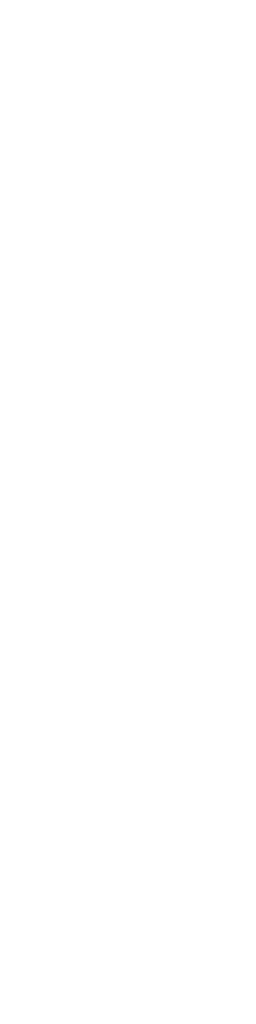
<source format=gbs>
*%FSLAX23Y23*%
*%MOIN*%
G01*
D24*
X5478Y4842D02*
D03*
X4823Y4992D02*
D03*
D26*
X5583Y4432D02*
D03*
Y4387D02*
D03*
Y4342D02*
D03*
X5513Y5777D02*
D03*
X5588Y5992D02*
D03*
X5483Y5657D02*
D03*
Y5607D02*
D03*
X5578Y5127D02*
D03*
X5528Y5277D02*
D03*
X5483Y5412D02*
D03*
X5583Y4652D02*
D03*
Y4917D02*
D03*
Y4872D02*
D03*
Y4822D02*
D03*
X5633Y3322D02*
D03*
X5593Y3437D02*
D03*
X5588Y2837D02*
D03*
X5528Y3682D02*
D03*
X5578D02*
D03*
X5628D02*
D03*
X5346Y6050D02*
D03*
X5308Y5952D02*
D03*
X5343Y5997D02*
D03*
X5338Y5807D02*
D03*
Y5757D02*
D03*
Y5707D02*
D03*
X5348Y6512D02*
D03*
X5368Y6912D02*
D03*
X5288Y5057D02*
D03*
X5283Y4607D02*
D03*
X5293Y5447D02*
D03*
X5393Y5062D02*
D03*
X5423Y5032D02*
D03*
X5353Y3397D02*
D03*
X5348Y3327D02*
D03*
X5378Y3602D02*
D03*
X5293Y3122D02*
D03*
X5093Y5647D02*
D03*
Y5602D02*
D03*
X5088Y6327D02*
D03*
X5253Y5692D02*
D03*
X5118Y5412D02*
D03*
Y5057D02*
D03*
X5223Y4297D02*
D03*
X5163Y5407D02*
D03*
X5143Y4692D02*
D03*
X5198Y3322D02*
D03*
X5153Y2837D02*
D03*
X5158Y3437D02*
D03*
X5093Y3682D02*
D03*
X5193D02*
D03*
X5143D02*
D03*
X4933Y6727D02*
D03*
Y6772D02*
D03*
X4903Y6822D02*
D03*
X4913Y5862D02*
D03*
X4958D02*
D03*
X5038Y5657D02*
D03*
X4938Y6402D02*
D03*
X4968Y5657D02*
D03*
X4888Y5677D02*
D03*
X5058Y4297D02*
D03*
X4943Y3602D02*
D03*
X4913Y3327D02*
D03*
X4918Y3397D02*
D03*
X4853Y6822D02*
D03*
X4863Y5847D02*
D03*
X4843Y6257D02*
D03*
X4848Y6107D02*
D03*
Y6057D02*
D03*
Y6007D02*
D03*
X4868Y5957D02*
D03*
Y5907D02*
D03*
X4838Y5097D02*
D03*
X4843Y4607D02*
D03*
X4793Y4302D02*
D03*
X4728Y4722D02*
D03*
X4763Y3322D02*
D03*
X4718Y2837D02*
D03*
X4723Y3437D02*
D03*
X4758Y3682D02*
D03*
X4708D02*
D03*
X4863Y3122D02*
D03*
X4548Y5687D02*
D03*
X4658Y6442D02*
D03*
X4543Y6492D02*
D03*
X4563Y6712D02*
D03*
X4593Y5102D02*
D03*
X4563Y5282D02*
D03*
X4673Y5097D02*
D03*
X4628Y4302D02*
D03*
X4678Y4737D02*
D03*
X4628D02*
D03*
X4508Y3602D02*
D03*
X4658Y3682D02*
D03*
X4458Y4352D02*
D03*
X4478Y3327D02*
D03*
X4483Y3397D02*
D03*
X4423Y3122D02*
D03*
D33*
X4970Y7082D02*
D03*
X5070D02*
D03*
Y7004D02*
D03*
X4970D02*
D03*
D35*
X5598Y6597D02*
D03*
X5113Y5792D02*
D03*
X5093Y5282D02*
D03*
X4938Y5792D02*
D03*
X5008Y5282D02*
D03*
X5336Y7410D02*
D03*
X4706D02*
D03*
X4543Y5782D02*
D03*
Y5582D02*
D03*
X4623Y7259D02*
D03*
Y6747D02*
D03*
X4473Y7259D02*
D03*
Y6747D02*
D03*
X5563Y7259D02*
D03*
Y6747D02*
D03*
X5413Y7259D02*
D03*
Y6747D02*
D03*
X4563Y4317D02*
D03*
Y4517D02*
D03*
X4998D02*
D03*
Y4317D02*
D03*
X5433D02*
D03*
Y4517D02*
D03*
X5303Y4267D02*
D03*
Y4067D02*
D03*
X4868D02*
D03*
Y4267D02*
D03*
X4433D02*
D03*
Y4067D02*
D03*
X4923Y4787D02*
D03*
Y4987D02*
D03*
X5463Y2722D02*
D03*
Y2922D02*
D03*
X5028D02*
D03*
Y2722D02*
D03*
X4593D02*
D03*
Y2922D02*
D03*
X5522Y2572D02*
D03*
X5322D02*
D03*
X4926D02*
D03*
X5126D02*
D03*
X4721D02*
D03*
X4521D02*
D03*
D37*
X4638Y5967D02*
D03*
X4538Y6067D02*
D03*
X4638Y6367D02*
D03*
X4538D02*
D03*
Y6267D02*
D03*
X4638D02*
D03*
Y6167D02*
D03*
X4538D02*
D03*
X4638Y6067D02*
D03*
D46*
X5258Y7189D02*
D03*
X4782D02*
D03*
D48*
X4528Y7411D02*
D03*
X5511D02*
D03*
D50*
X5040Y6512D02*
D03*
X5071D02*
D03*
X5103D02*
D03*
X5134D02*
D03*
X5166D02*
D03*
X5197D02*
D03*
X5229D02*
D03*
X5260D02*
D03*
X5263Y6847D02*
D03*
X5232D02*
D03*
X5200D02*
D03*
X5169D02*
D03*
X5137D02*
D03*
X5106D02*
D03*
X5074D02*
D03*
X5043D02*
D03*
D57*
X5178Y4842D02*
D03*
X5228D02*
D03*
X5278D02*
D03*
X5328D02*
D03*
X5378D02*
D03*
X5428D02*
D03*
X5178Y5217D02*
D03*
X5228D02*
D03*
X5278D02*
D03*
X5328D02*
D03*
X5378D02*
D03*
X5428D02*
D03*
X5478D02*
D03*
X4773Y4992D02*
D03*
X4723D02*
D03*
X4673D02*
D03*
Y5217D02*
D03*
X4723D02*
D03*
X4773D02*
D03*
X4823D02*
D03*
D58*
X5341Y5539D02*
D03*
X5291D02*
D03*
X5241D02*
D03*
X5191D02*
D03*
X5141D02*
D03*
X5091D02*
D03*
X5041D02*
D03*
X4991D02*
D03*
X4941D02*
D03*
X4891D02*
D03*
X4841D02*
D03*
Y6179D02*
D03*
X4891D02*
D03*
X4941D02*
D03*
X4991D02*
D03*
X5041D02*
D03*
X5091D02*
D03*
X5141D02*
D03*
X5191D02*
D03*
X5241D02*
D03*
X5291D02*
D03*
X5341D02*
D03*
D65*
X5403Y6282D02*
D03*
X5472D02*
D03*
X5273D02*
D03*
X5343D02*
D03*
X5143D02*
D03*
X5212D02*
D03*
Y6352D02*
D03*
X5143D02*
D03*
X5273D02*
D03*
X5343D02*
D03*
X5403D02*
D03*
X5472D02*
D03*
X4847Y5307D02*
D03*
X4778D02*
D03*
X4678Y5377D02*
D03*
X4747D02*
D03*
X5292Y5367D02*
D03*
X5223D02*
D03*
X5358Y5297D02*
D03*
X5288D02*
D03*
D70*
X4984Y6790D02*
D03*
Y6759D02*
D03*
Y6727D02*
D03*
Y6696D02*
D03*
Y6664D02*
D03*
Y6633D02*
D03*
Y6601D02*
D03*
Y6570D02*
D03*
X5318Y6568D02*
D03*
Y6599D02*
D03*
Y6631D02*
D03*
Y6662D02*
D03*
Y6694D02*
D03*
Y6725D02*
D03*
Y6757D02*
D03*
Y6788D02*
D03*
D73*
X5508Y6112D02*
D03*
Y6182D02*
D03*
X5573Y6112D02*
D03*
Y6182D02*
D03*
X5523Y5987D02*
D03*
Y5917D02*
D03*
X4658Y5622D02*
D03*
Y5692D02*
D03*
Y5822D02*
D03*
Y5752D02*
D03*
X4433Y6232D02*
D03*
Y6162D02*
D03*
X5313Y6987D02*
D03*
Y6918D02*
D03*
X4433Y6022D02*
D03*
Y6092D02*
D03*
X4593Y5052D02*
D03*
Y4982D02*
D03*
X5578Y5072D02*
D03*
Y5002D02*
D03*
D86*
X4538Y5967D02*
D03*
D94*
X5413Y5857D02*
D03*
Y5807D02*
D03*
Y5757D02*
D03*
Y5707D02*
D03*
Y5657D02*
D03*
Y5607D02*
D03*
X4773D02*
D03*
Y5657D02*
D03*
Y5707D02*
D03*
Y5757D02*
D03*
Y5807D02*
D03*
Y5857D02*
D03*
Y5907D02*
D03*
Y5957D02*
D03*
Y6007D02*
D03*
Y6057D02*
D03*
Y6107D02*
D03*
X5413D02*
D03*
Y6057D02*
D03*
Y6007D02*
D03*
Y5957D02*
D03*
Y5907D02*
D03*
M02*

</source>
